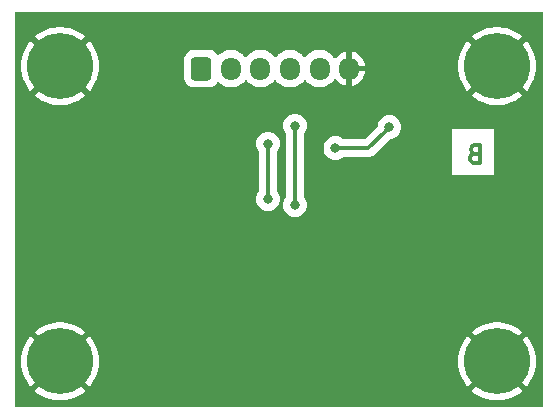
<source format=gbr>
%TF.GenerationSoftware,KiCad,Pcbnew,7.0.1*%
%TF.CreationDate,2023-04-13T11:59:34+02:00*%
%TF.ProjectId,PCBGYRO,50434247-5952-44f2-9e6b-696361645f70,rev?*%
%TF.SameCoordinates,Original*%
%TF.FileFunction,Copper,L2,Bot*%
%TF.FilePolarity,Positive*%
%FSLAX46Y46*%
G04 Gerber Fmt 4.6, Leading zero omitted, Abs format (unit mm)*
G04 Created by KiCad (PCBNEW 7.0.1) date 2023-04-13 11:59:34*
%MOMM*%
%LPD*%
G01*
G04 APERTURE LIST*
G04 Aperture macros list*
%AMRoundRect*
0 Rectangle with rounded corners*
0 $1 Rounding radius*
0 $2 $3 $4 $5 $6 $7 $8 $9 X,Y pos of 4 corners*
0 Add a 4 corners polygon primitive as box body*
4,1,4,$2,$3,$4,$5,$6,$7,$8,$9,$2,$3,0*
0 Add four circle primitives for the rounded corners*
1,1,$1+$1,$2,$3*
1,1,$1+$1,$4,$5*
1,1,$1+$1,$6,$7*
1,1,$1+$1,$8,$9*
0 Add four rect primitives between the rounded corners*
20,1,$1+$1,$2,$3,$4,$5,0*
20,1,$1+$1,$4,$5,$6,$7,0*
20,1,$1+$1,$6,$7,$8,$9,0*
20,1,$1+$1,$8,$9,$2,$3,0*%
G04 Aperture macros list end*
%ADD10C,0.300000*%
%TA.AperFunction,NonConductor*%
%ADD11C,0.300000*%
%TD*%
%TA.AperFunction,ComponentPad*%
%ADD12C,5.600000*%
%TD*%
%TA.AperFunction,ComponentPad*%
%ADD13RoundRect,0.250000X-0.600000X-0.725000X0.600000X-0.725000X0.600000X0.725000X-0.600000X0.725000X0*%
%TD*%
%TA.AperFunction,ComponentPad*%
%ADD14O,1.700000X1.950000*%
%TD*%
%TA.AperFunction,ViaPad*%
%ADD15C,0.800000*%
%TD*%
%TA.AperFunction,Conductor*%
%ADD16C,0.300000*%
%TD*%
G04 APERTURE END LIST*
D10*
D11*
X80067257Y-52421514D02*
X79852971Y-52492942D01*
X79852971Y-52492942D02*
X79781542Y-52564371D01*
X79781542Y-52564371D02*
X79710114Y-52707228D01*
X79710114Y-52707228D02*
X79710114Y-52921514D01*
X79710114Y-52921514D02*
X79781542Y-53064371D01*
X79781542Y-53064371D02*
X79852971Y-53135800D01*
X79852971Y-53135800D02*
X79995828Y-53207228D01*
X79995828Y-53207228D02*
X80567257Y-53207228D01*
X80567257Y-53207228D02*
X80567257Y-51707228D01*
X80567257Y-51707228D02*
X80067257Y-51707228D01*
X80067257Y-51707228D02*
X79924400Y-51778657D01*
X79924400Y-51778657D02*
X79852971Y-51850085D01*
X79852971Y-51850085D02*
X79781542Y-51992942D01*
X79781542Y-51992942D02*
X79781542Y-52135800D01*
X79781542Y-52135800D02*
X79852971Y-52278657D01*
X79852971Y-52278657D02*
X79924400Y-52350085D01*
X79924400Y-52350085D02*
X80067257Y-52421514D01*
X80067257Y-52421514D02*
X80567257Y-52421514D01*
D12*
%TO.P,H4,1,1*%
%TO.N,GND*%
X82000000Y-45000000D03*
%TD*%
%TO.P,H2,1,1*%
%TO.N,GND*%
X82000000Y-70000000D03*
%TD*%
%TO.P,H3,1,1*%
%TO.N,GND*%
X45000000Y-45000000D03*
%TD*%
%TO.P,H1,1,1*%
%TO.N,GND*%
X45000000Y-70000000D03*
%TD*%
D13*
%TO.P,J1,1,Pin_1*%
%TO.N,+5V*%
X56976000Y-45212000D03*
D14*
%TO.P,J1,2,Pin_2*%
%TO.N,CS*%
X59476000Y-45212000D03*
%TO.P,J1,3,Pin_3*%
%TO.N,MISO*%
X61976000Y-45212000D03*
%TO.P,J1,4,Pin_4*%
%TO.N,MOSI*%
X64476000Y-45212000D03*
%TO.P,J1,5,Pin_5*%
%TO.N,SCLK*%
X66976000Y-45212000D03*
%TO.P,J1,6,Pin_6*%
%TO.N,GND*%
X69476000Y-45212000D03*
%TD*%
D15*
%TO.N,GND*%
X44958000Y-53086000D03*
X56235600Y-62941200D03*
X76809600Y-47396400D03*
X71018400Y-60147200D03*
X70307200Y-67208400D03*
X70967600Y-60045600D03*
X70967600Y-60045600D03*
X49326800Y-65989200D03*
X76860400Y-53289200D03*
X52425600Y-51308000D03*
X66294000Y-52120800D03*
X70967600Y-60045600D03*
X63093600Y-69850000D03*
X57048400Y-51257200D03*
X72694800Y-65684400D03*
X64414400Y-60807600D03*
X71120000Y-61722000D03*
X45161200Y-60655200D03*
X52374800Y-48310800D03*
X77012800Y-67056000D03*
%TO.N,CS*%
X62611000Y-56261000D03*
X62611000Y-51562000D03*
%TO.N,MISO*%
X64897000Y-50038000D03*
X64897000Y-56769000D03*
%TO.N,SCLK*%
X72898000Y-50165000D03*
X68326000Y-51943000D03*
%TD*%
D16*
%TO.N,CS*%
X62611000Y-56261000D02*
X62611000Y-51562000D01*
%TO.N,MISO*%
X64897000Y-56769000D02*
X64897000Y-50038000D01*
%TO.N,SCLK*%
X71120000Y-51943000D02*
X72517000Y-50546000D01*
X72517000Y-50546000D02*
X72898000Y-50165000D01*
X68326000Y-51943000D02*
X71120000Y-51943000D01*
%TD*%
%TA.AperFunction,Conductor*%
%TO.N,GND*%
G36*
X85866200Y-40402613D02*
G01*
X85911587Y-40448000D01*
X85928200Y-40510000D01*
X85928200Y-73764100D01*
X85911587Y-73826100D01*
X85866200Y-73871487D01*
X85804200Y-73888100D01*
X41323300Y-73888100D01*
X41261300Y-73871487D01*
X41215913Y-73826100D01*
X41199300Y-73764100D01*
X41199300Y-72506295D01*
X42847255Y-72506295D01*
X42847256Y-72506296D01*
X42860485Y-72518828D01*
X43145363Y-72735386D01*
X43451984Y-72919873D01*
X43776746Y-73070124D01*
X44115859Y-73184385D01*
X44465335Y-73261310D01*
X44821078Y-73300000D01*
X45178922Y-73300000D01*
X45534664Y-73261310D01*
X45884140Y-73184385D01*
X46223253Y-73070124D01*
X46548015Y-72919873D01*
X46854636Y-72735386D01*
X47139515Y-72518827D01*
X47152742Y-72506297D01*
X47152743Y-72506295D01*
X79847255Y-72506295D01*
X79847256Y-72506296D01*
X79860485Y-72518828D01*
X80145363Y-72735386D01*
X80451984Y-72919873D01*
X80776746Y-73070124D01*
X81115859Y-73184385D01*
X81465335Y-73261310D01*
X81821078Y-73300000D01*
X82178922Y-73300000D01*
X82534664Y-73261310D01*
X82884140Y-73184385D01*
X83223253Y-73070124D01*
X83548015Y-72919873D01*
X83854636Y-72735386D01*
X84139515Y-72518827D01*
X84152742Y-72506297D01*
X84152743Y-72506295D01*
X82000000Y-70353553D01*
X79847255Y-72506295D01*
X47152743Y-72506295D01*
X45000000Y-70353553D01*
X42847255Y-72506295D01*
X41199300Y-72506295D01*
X41199300Y-70000000D01*
X41695152Y-70000000D01*
X41714525Y-70357310D01*
X41772419Y-70710451D01*
X41868149Y-71055241D01*
X42000601Y-71387670D01*
X42168218Y-71703829D01*
X42369031Y-72000004D01*
X42496441Y-72150003D01*
X42496442Y-72150004D01*
X44646447Y-70000001D01*
X45353553Y-70000001D01*
X47503556Y-72150003D01*
X47630968Y-72000004D01*
X47831781Y-71703829D01*
X47999398Y-71387670D01*
X48131850Y-71055241D01*
X48227580Y-70710451D01*
X48285474Y-70357310D01*
X48304847Y-70000000D01*
X48304847Y-69999999D01*
X78695152Y-69999999D01*
X78714525Y-70357310D01*
X78772419Y-70710451D01*
X78868149Y-71055241D01*
X79000601Y-71387670D01*
X79168218Y-71703829D01*
X79369031Y-72000004D01*
X79496441Y-72150003D01*
X79496442Y-72150004D01*
X81646447Y-70000001D01*
X82353553Y-70000001D01*
X84503556Y-72150003D01*
X84630968Y-72000004D01*
X84831781Y-71703829D01*
X84999398Y-71387670D01*
X85131850Y-71055241D01*
X85227580Y-70710451D01*
X85285474Y-70357310D01*
X85304847Y-69999999D01*
X85285474Y-69642689D01*
X85227580Y-69289548D01*
X85131850Y-68944758D01*
X84999398Y-68612329D01*
X84831781Y-68296170D01*
X84630968Y-67999995D01*
X84503557Y-67849995D01*
X84503556Y-67849994D01*
X82353553Y-70000000D01*
X82353553Y-70000001D01*
X81646447Y-70000001D01*
X81646447Y-69999999D01*
X79496442Y-67849994D01*
X79496441Y-67849995D01*
X79369030Y-67999995D01*
X79168218Y-68296170D01*
X79000601Y-68612329D01*
X78868149Y-68944758D01*
X78772419Y-69289548D01*
X78714525Y-69642689D01*
X78695152Y-69999999D01*
X48304847Y-69999999D01*
X48285474Y-69642689D01*
X48227580Y-69289548D01*
X48131850Y-68944758D01*
X47999398Y-68612329D01*
X47831781Y-68296170D01*
X47630968Y-67999995D01*
X47503557Y-67849995D01*
X47503556Y-67849994D01*
X45353553Y-70000000D01*
X45353553Y-70000001D01*
X44646447Y-70000001D01*
X44646447Y-70000000D01*
X42496442Y-67849994D01*
X42496441Y-67849995D01*
X42369030Y-67999995D01*
X42168218Y-68296170D01*
X42000601Y-68612329D01*
X41868149Y-68944758D01*
X41772419Y-69289548D01*
X41714525Y-69642689D01*
X41695152Y-70000000D01*
X41199300Y-70000000D01*
X41199300Y-67493703D01*
X42847255Y-67493703D01*
X45000000Y-69646447D01*
X45000001Y-69646447D01*
X47152743Y-67493703D01*
X79847255Y-67493703D01*
X82000000Y-69646447D01*
X82000001Y-69646447D01*
X84152743Y-67493703D01*
X84152742Y-67493702D01*
X84139514Y-67481171D01*
X83854636Y-67264613D01*
X83548015Y-67080126D01*
X83223253Y-66929875D01*
X82884140Y-66815614D01*
X82534664Y-66738689D01*
X82178922Y-66700000D01*
X81821078Y-66700000D01*
X81465335Y-66738689D01*
X81115859Y-66815614D01*
X80776746Y-66929875D01*
X80451984Y-67080126D01*
X80145363Y-67264613D01*
X79860486Y-67481170D01*
X79847256Y-67493702D01*
X79847255Y-67493703D01*
X47152743Y-67493703D01*
X47152742Y-67493702D01*
X47139514Y-67481171D01*
X46854636Y-67264613D01*
X46548015Y-67080126D01*
X46223253Y-66929875D01*
X45884140Y-66815614D01*
X45534664Y-66738689D01*
X45178922Y-66700000D01*
X44821078Y-66700000D01*
X44465335Y-66738689D01*
X44115859Y-66815614D01*
X43776746Y-66929875D01*
X43451984Y-67080126D01*
X43145363Y-67264613D01*
X42860486Y-67481170D01*
X42847256Y-67493702D01*
X42847255Y-67493703D01*
X41199300Y-67493703D01*
X41199300Y-56260999D01*
X61605659Y-56260999D01*
X61624976Y-56457133D01*
X61682185Y-56645726D01*
X61682186Y-56645727D01*
X61775090Y-56819538D01*
X61900117Y-56971883D01*
X62052462Y-57096910D01*
X62226273Y-57189814D01*
X62414868Y-57247024D01*
X62611000Y-57266341D01*
X62807132Y-57247024D01*
X62995727Y-57189814D01*
X63169538Y-57096910D01*
X63321883Y-56971883D01*
X63446910Y-56819538D01*
X63473923Y-56769000D01*
X63891659Y-56769000D01*
X63910976Y-56965133D01*
X63968185Y-57153726D01*
X63968186Y-57153727D01*
X64061090Y-57327538D01*
X64186117Y-57479883D01*
X64338462Y-57604910D01*
X64512273Y-57697814D01*
X64700868Y-57755024D01*
X64897000Y-57774341D01*
X65093132Y-57755024D01*
X65281727Y-57697814D01*
X65455538Y-57604910D01*
X65607883Y-57479883D01*
X65732910Y-57327538D01*
X65825814Y-57153727D01*
X65883024Y-56965132D01*
X65902341Y-56769000D01*
X65883024Y-56572868D01*
X65825814Y-56384273D01*
X65732910Y-56210462D01*
X65675647Y-56140687D01*
X65654749Y-56103796D01*
X65647500Y-56062022D01*
X65647500Y-51943000D01*
X67320659Y-51943000D01*
X67339976Y-52139133D01*
X67397185Y-52327726D01*
X67478092Y-52479091D01*
X67490090Y-52501538D01*
X67615117Y-52653883D01*
X67767462Y-52778910D01*
X67941273Y-52871814D01*
X68129868Y-52929024D01*
X68326000Y-52948341D01*
X68522132Y-52929024D01*
X68710727Y-52871814D01*
X68884538Y-52778910D01*
X68954312Y-52721647D01*
X68991204Y-52700749D01*
X69032978Y-52693500D01*
X71056294Y-52693500D01*
X71074264Y-52694809D01*
X71078320Y-52695402D01*
X71098023Y-52698289D01*
X71147368Y-52693972D01*
X71158176Y-52693500D01*
X71163706Y-52693500D01*
X71163709Y-52693500D01*
X71194550Y-52689894D01*
X71198031Y-52689539D01*
X71272797Y-52682999D01*
X71272797Y-52682998D01*
X71274052Y-52682889D01*
X71293062Y-52678674D01*
X71294250Y-52678241D01*
X71294255Y-52678241D01*
X71364820Y-52652557D01*
X71368095Y-52651419D01*
X71439334Y-52627814D01*
X71439336Y-52627812D01*
X71440536Y-52627415D01*
X71458063Y-52618929D01*
X71459112Y-52618238D01*
X71459117Y-52618237D01*
X71521806Y-52577005D01*
X71524798Y-52575099D01*
X71588656Y-52535712D01*
X71588656Y-52535711D01*
X71589729Y-52535050D01*
X71604824Y-52522753D01*
X71605692Y-52521832D01*
X71605696Y-52521830D01*
X71657185Y-52467253D01*
X71659631Y-52464735D01*
X72928775Y-51195590D01*
X72963437Y-51171179D01*
X73004297Y-51159871D01*
X73094132Y-51151024D01*
X73282727Y-51093814D01*
X73456538Y-51000910D01*
X73608883Y-50875883D01*
X73733910Y-50723538D01*
X73826814Y-50549727D01*
X73884024Y-50361132D01*
X73887483Y-50326014D01*
X78159614Y-50326014D01*
X78159614Y-54205586D01*
X81739186Y-54205586D01*
X81739186Y-50326014D01*
X78159614Y-50326014D01*
X73887483Y-50326014D01*
X73903341Y-50165000D01*
X73884024Y-49968868D01*
X73826814Y-49780273D01*
X73733910Y-49606462D01*
X73608883Y-49454117D01*
X73456538Y-49329090D01*
X73434091Y-49317092D01*
X73282726Y-49236185D01*
X73094133Y-49178976D01*
X72898000Y-49159659D01*
X72701866Y-49178976D01*
X72513273Y-49236185D01*
X72339463Y-49329089D01*
X72187117Y-49454117D01*
X72062089Y-49606463D01*
X71969185Y-49780273D01*
X71911976Y-49968865D01*
X71903127Y-50058700D01*
X71891818Y-50099562D01*
X71867405Y-50134225D01*
X70845451Y-51156181D01*
X70805223Y-51183061D01*
X70757770Y-51192500D01*
X69032978Y-51192500D01*
X68991204Y-51185251D01*
X68954313Y-51164353D01*
X68884537Y-51107089D01*
X68710726Y-51014185D01*
X68522133Y-50956976D01*
X68326000Y-50937659D01*
X68129866Y-50956976D01*
X67941273Y-51014185D01*
X67767463Y-51107089D01*
X67615117Y-51232117D01*
X67490089Y-51384463D01*
X67397185Y-51558273D01*
X67339976Y-51746866D01*
X67320659Y-51943000D01*
X65647500Y-51943000D01*
X65647500Y-50744978D01*
X65654749Y-50703204D01*
X65675647Y-50666313D01*
X65680446Y-50660464D01*
X65732910Y-50596538D01*
X65825814Y-50422727D01*
X65883024Y-50234132D01*
X65902341Y-50038000D01*
X65883024Y-49841868D01*
X65825814Y-49653273D01*
X65732910Y-49479462D01*
X65607883Y-49327117D01*
X65455538Y-49202090D01*
X65412295Y-49178976D01*
X65281726Y-49109185D01*
X65093133Y-49051976D01*
X64897000Y-49032659D01*
X64700866Y-49051976D01*
X64512273Y-49109185D01*
X64338463Y-49202089D01*
X64186117Y-49327117D01*
X64061089Y-49479463D01*
X63968185Y-49653273D01*
X63910976Y-49841866D01*
X63891659Y-50038000D01*
X63910976Y-50234133D01*
X63968185Y-50422726D01*
X64061089Y-50596537D01*
X64118353Y-50666313D01*
X64139251Y-50703204D01*
X64146500Y-50744978D01*
X64146500Y-56062022D01*
X64139251Y-56103796D01*
X64118353Y-56140687D01*
X64061089Y-56210462D01*
X63968185Y-56384273D01*
X63910976Y-56572866D01*
X63891659Y-56769000D01*
X63473923Y-56769000D01*
X63539814Y-56645727D01*
X63597024Y-56457132D01*
X63616341Y-56261000D01*
X63597024Y-56064868D01*
X63539814Y-55876273D01*
X63446910Y-55702462D01*
X63389647Y-55632687D01*
X63368749Y-55595796D01*
X63361500Y-55554022D01*
X63361500Y-52268978D01*
X63368749Y-52227204D01*
X63389647Y-52190313D01*
X63431650Y-52139132D01*
X63446910Y-52120538D01*
X63539814Y-51946727D01*
X63597024Y-51758132D01*
X63616341Y-51562000D01*
X63597024Y-51365868D01*
X63539814Y-51177273D01*
X63446910Y-51003462D01*
X63321883Y-50851117D01*
X63169538Y-50726090D01*
X63121868Y-50700610D01*
X62995726Y-50633185D01*
X62807133Y-50575976D01*
X62611000Y-50556659D01*
X62414866Y-50575976D01*
X62226273Y-50633185D01*
X62052463Y-50726089D01*
X61900117Y-50851117D01*
X61775089Y-51003463D01*
X61682185Y-51177273D01*
X61624976Y-51365866D01*
X61605659Y-51562000D01*
X61624976Y-51758133D01*
X61682185Y-51946726D01*
X61775089Y-52120537D01*
X61832353Y-52190313D01*
X61853251Y-52227204D01*
X61860500Y-52268978D01*
X61860500Y-55554022D01*
X61853251Y-55595796D01*
X61832353Y-55632687D01*
X61775089Y-55702462D01*
X61682185Y-55876273D01*
X61624976Y-56064866D01*
X61605659Y-56260999D01*
X41199300Y-56260999D01*
X41199300Y-47506295D01*
X42847255Y-47506295D01*
X42847256Y-47506296D01*
X42860485Y-47518828D01*
X43145363Y-47735386D01*
X43451984Y-47919873D01*
X43776746Y-48070124D01*
X44115859Y-48184385D01*
X44465335Y-48261310D01*
X44821078Y-48300000D01*
X45178922Y-48300000D01*
X45534664Y-48261310D01*
X45884140Y-48184385D01*
X46223253Y-48070124D01*
X46548015Y-47919873D01*
X46854636Y-47735386D01*
X47139515Y-47518827D01*
X47152742Y-47506297D01*
X47152743Y-47506295D01*
X79847255Y-47506295D01*
X79847256Y-47506296D01*
X79860485Y-47518828D01*
X80145363Y-47735386D01*
X80451984Y-47919873D01*
X80776746Y-48070124D01*
X81115859Y-48184385D01*
X81465335Y-48261310D01*
X81821078Y-48300000D01*
X82178922Y-48300000D01*
X82534664Y-48261310D01*
X82884140Y-48184385D01*
X83223253Y-48070124D01*
X83548015Y-47919873D01*
X83854636Y-47735386D01*
X84139515Y-47518827D01*
X84152742Y-47506297D01*
X84152743Y-47506295D01*
X82000000Y-45353553D01*
X79847255Y-47506295D01*
X47152743Y-47506295D01*
X45000000Y-45353553D01*
X42847255Y-47506295D01*
X41199300Y-47506295D01*
X41199300Y-44999999D01*
X41695152Y-44999999D01*
X41714525Y-45357310D01*
X41772419Y-45710451D01*
X41868149Y-46055241D01*
X42000601Y-46387670D01*
X42168218Y-46703829D01*
X42369031Y-47000004D01*
X42496441Y-47150003D01*
X42496442Y-47150004D01*
X44646447Y-45000001D01*
X45353553Y-45000001D01*
X47503556Y-47150003D01*
X47630968Y-47000004D01*
X47831781Y-46703829D01*
X47999398Y-46387670D01*
X48131850Y-46055241D01*
X48144146Y-46010954D01*
X55525500Y-46010954D01*
X55528316Y-46052494D01*
X55572963Y-46232022D01*
X55634970Y-46357048D01*
X55655158Y-46397753D01*
X55771060Y-46541940D01*
X55915247Y-46657842D01*
X56080979Y-46740037D01*
X56260505Y-46784683D01*
X56302046Y-46787500D01*
X57649954Y-46787500D01*
X57691495Y-46784683D01*
X57871021Y-46740037D01*
X58036753Y-46657842D01*
X58180940Y-46541940D01*
X58292393Y-46403287D01*
X58333587Y-46370067D01*
X58384885Y-46357048D01*
X58436939Y-46366604D01*
X58480267Y-46396996D01*
X58490236Y-46407825D01*
X58679927Y-46555468D01*
X58679929Y-46555469D01*
X58679933Y-46555472D01*
X58891344Y-46669882D01*
X59118703Y-46747934D01*
X59355808Y-46787500D01*
X59596191Y-46787500D01*
X59596192Y-46787500D01*
X59833297Y-46747934D01*
X60060656Y-46669882D01*
X60272067Y-46555472D01*
X60461764Y-46407825D01*
X60624571Y-46230969D01*
X60624572Y-46230967D01*
X60631530Y-46223409D01*
X60632945Y-46224712D01*
X60666978Y-46193379D01*
X60726000Y-46178432D01*
X60785022Y-46193379D01*
X60819054Y-46224712D01*
X60820470Y-46223409D01*
X60827427Y-46230967D01*
X60827429Y-46230969D01*
X60990236Y-46407825D01*
X60990239Y-46407827D01*
X61179927Y-46555468D01*
X61179929Y-46555469D01*
X61179933Y-46555472D01*
X61391344Y-46669882D01*
X61618703Y-46747934D01*
X61855808Y-46787500D01*
X62096191Y-46787500D01*
X62096192Y-46787500D01*
X62333297Y-46747934D01*
X62560656Y-46669882D01*
X62772067Y-46555472D01*
X62961764Y-46407825D01*
X63124571Y-46230969D01*
X63124572Y-46230967D01*
X63131530Y-46223409D01*
X63132945Y-46224712D01*
X63166978Y-46193379D01*
X63226000Y-46178432D01*
X63285022Y-46193379D01*
X63319054Y-46224712D01*
X63320470Y-46223409D01*
X63327427Y-46230967D01*
X63327429Y-46230969D01*
X63490236Y-46407825D01*
X63490239Y-46407827D01*
X63679927Y-46555468D01*
X63679929Y-46555469D01*
X63679933Y-46555472D01*
X63891344Y-46669882D01*
X64118703Y-46747934D01*
X64355808Y-46787500D01*
X64596191Y-46787500D01*
X64596192Y-46787500D01*
X64833297Y-46747934D01*
X65060656Y-46669882D01*
X65272067Y-46555472D01*
X65461764Y-46407825D01*
X65624571Y-46230969D01*
X65624572Y-46230967D01*
X65631530Y-46223409D01*
X65632945Y-46224712D01*
X65666978Y-46193379D01*
X65726000Y-46178432D01*
X65785022Y-46193379D01*
X65819054Y-46224712D01*
X65820470Y-46223409D01*
X65827427Y-46230967D01*
X65827429Y-46230969D01*
X65990236Y-46407825D01*
X65990239Y-46407827D01*
X66179927Y-46555468D01*
X66179929Y-46555469D01*
X66179933Y-46555472D01*
X66391344Y-46669882D01*
X66618703Y-46747934D01*
X66855808Y-46787500D01*
X67096191Y-46787500D01*
X67096192Y-46787500D01*
X67333297Y-46747934D01*
X67560656Y-46669882D01*
X67772067Y-46555472D01*
X67961764Y-46407825D01*
X68124571Y-46230969D01*
X68183292Y-46141089D01*
X68227207Y-46100336D01*
X68285105Y-46084929D01*
X68343470Y-46098467D01*
X68388674Y-46137789D01*
X68437893Y-46208081D01*
X68604918Y-46375106D01*
X68798423Y-46510600D01*
X69012507Y-46610430D01*
X69225999Y-46667635D01*
X69226000Y-46667636D01*
X69226000Y-45462000D01*
X69726000Y-45462000D01*
X69726000Y-46667635D01*
X69939492Y-46610430D01*
X70153578Y-46510599D01*
X70347078Y-46375109D01*
X70514109Y-46208078D01*
X70649599Y-46014578D01*
X70749430Y-45800492D01*
X70810569Y-45572318D01*
X70820221Y-45462000D01*
X69726000Y-45462000D01*
X69226000Y-45462000D01*
X69226000Y-44999999D01*
X78695152Y-44999999D01*
X78714525Y-45357310D01*
X78772419Y-45710451D01*
X78868149Y-46055241D01*
X79000601Y-46387670D01*
X79168218Y-46703829D01*
X79369031Y-47000004D01*
X79496441Y-47150003D01*
X79496442Y-47150004D01*
X81646447Y-45000001D01*
X82353553Y-45000001D01*
X84503556Y-47150003D01*
X84630968Y-47000004D01*
X84831781Y-46703829D01*
X84999398Y-46387670D01*
X85131850Y-46055241D01*
X85227580Y-45710451D01*
X85285474Y-45357310D01*
X85304847Y-44999999D01*
X85285474Y-44642689D01*
X85227580Y-44289548D01*
X85131850Y-43944758D01*
X84999398Y-43612329D01*
X84831781Y-43296170D01*
X84630968Y-42999995D01*
X84503557Y-42849995D01*
X84503556Y-42849994D01*
X82353553Y-45000000D01*
X82353553Y-45000001D01*
X81646447Y-45000001D01*
X81646447Y-44999999D01*
X79496442Y-42849994D01*
X79496441Y-42849995D01*
X79369030Y-42999995D01*
X79168218Y-43296170D01*
X79000601Y-43612329D01*
X78868149Y-43944758D01*
X78772419Y-44289548D01*
X78714525Y-44642689D01*
X78695152Y-44999999D01*
X69226000Y-44999999D01*
X69226000Y-43756364D01*
X69726000Y-43756364D01*
X69726000Y-44962000D01*
X70820222Y-44962000D01*
X70820221Y-44961999D01*
X70810569Y-44851681D01*
X70749430Y-44623507D01*
X70649599Y-44409421D01*
X70514109Y-44215921D01*
X70347081Y-44048893D01*
X70153576Y-43913399D01*
X69939492Y-43813569D01*
X69726000Y-43756364D01*
X69226000Y-43756364D01*
X69225999Y-43756364D01*
X69012507Y-43813569D01*
X68798421Y-43913400D01*
X68604921Y-44048890D01*
X68437889Y-44215922D01*
X68388673Y-44286210D01*
X68343469Y-44325532D01*
X68285105Y-44339070D01*
X68227207Y-44323663D01*
X68183292Y-44282910D01*
X68124571Y-44193031D01*
X67961764Y-44016175D01*
X67940370Y-43999523D01*
X67772072Y-43868531D01*
X67772068Y-43868528D01*
X67772067Y-43868528D01*
X67560656Y-43754118D01*
X67560655Y-43754117D01*
X67560652Y-43754116D01*
X67333299Y-43676066D01*
X67175226Y-43649688D01*
X67096192Y-43636500D01*
X66855808Y-43636500D01*
X66838933Y-43639316D01*
X66618700Y-43676066D01*
X66391347Y-43754116D01*
X66179927Y-43868531D01*
X65990239Y-44016172D01*
X65990236Y-44016174D01*
X65990236Y-44016175D01*
X65943494Y-44066951D01*
X65820470Y-44200590D01*
X65819054Y-44199287D01*
X65785017Y-44230621D01*
X65726000Y-44245566D01*
X65666983Y-44230621D01*
X65632945Y-44199287D01*
X65631530Y-44200590D01*
X65508506Y-44066951D01*
X65461764Y-44016175D01*
X65440370Y-43999523D01*
X65272072Y-43868531D01*
X65272068Y-43868528D01*
X65272067Y-43868528D01*
X65060656Y-43754118D01*
X65060655Y-43754117D01*
X65060652Y-43754116D01*
X64833299Y-43676066D01*
X64675226Y-43649688D01*
X64596192Y-43636500D01*
X64355808Y-43636500D01*
X64338933Y-43639316D01*
X64118700Y-43676066D01*
X63891347Y-43754116D01*
X63679927Y-43868531D01*
X63490239Y-44016172D01*
X63490236Y-44016174D01*
X63490236Y-44016175D01*
X63443494Y-44066951D01*
X63320470Y-44200590D01*
X63319054Y-44199287D01*
X63285017Y-44230621D01*
X63226000Y-44245566D01*
X63166983Y-44230621D01*
X63132945Y-44199287D01*
X63131530Y-44200590D01*
X63008506Y-44066951D01*
X62961764Y-44016175D01*
X62940370Y-43999523D01*
X62772072Y-43868531D01*
X62772068Y-43868528D01*
X62772067Y-43868528D01*
X62560656Y-43754118D01*
X62560655Y-43754117D01*
X62560652Y-43754116D01*
X62333299Y-43676066D01*
X62175226Y-43649688D01*
X62096192Y-43636500D01*
X61855808Y-43636500D01*
X61838933Y-43639316D01*
X61618700Y-43676066D01*
X61391347Y-43754116D01*
X61179927Y-43868531D01*
X60990239Y-44016172D01*
X60990236Y-44016174D01*
X60990236Y-44016175D01*
X60943494Y-44066951D01*
X60820470Y-44200590D01*
X60819054Y-44199287D01*
X60785017Y-44230621D01*
X60726000Y-44245566D01*
X60666983Y-44230621D01*
X60632945Y-44199287D01*
X60631530Y-44200590D01*
X60508506Y-44066951D01*
X60461764Y-44016175D01*
X60440370Y-43999523D01*
X60272072Y-43868531D01*
X60272068Y-43868528D01*
X60272067Y-43868528D01*
X60060656Y-43754118D01*
X60060655Y-43754117D01*
X60060652Y-43754116D01*
X59833299Y-43676066D01*
X59675226Y-43649688D01*
X59596192Y-43636500D01*
X59355808Y-43636500D01*
X59338933Y-43639316D01*
X59118700Y-43676066D01*
X58891347Y-43754116D01*
X58679927Y-43868531D01*
X58490237Y-44016173D01*
X58480265Y-44027006D01*
X58436937Y-44057396D01*
X58384883Y-44066951D01*
X58333586Y-44053932D01*
X58292390Y-44020709D01*
X58180940Y-43882060D01*
X58036753Y-43766158D01*
X58017005Y-43756364D01*
X57871022Y-43683963D01*
X57691494Y-43639316D01*
X57649954Y-43636500D01*
X56302046Y-43636500D01*
X56260505Y-43639316D01*
X56080977Y-43683963D01*
X55915248Y-43766157D01*
X55771060Y-43882060D01*
X55655157Y-44026248D01*
X55572963Y-44191977D01*
X55528316Y-44371505D01*
X55525500Y-44413046D01*
X55525500Y-46010954D01*
X48144146Y-46010954D01*
X48227580Y-45710451D01*
X48285474Y-45357310D01*
X48304847Y-44999999D01*
X48285474Y-44642689D01*
X48227580Y-44289548D01*
X48131850Y-43944758D01*
X47999398Y-43612329D01*
X47831781Y-43296170D01*
X47630968Y-42999995D01*
X47503557Y-42849995D01*
X47503556Y-42849994D01*
X45353553Y-45000000D01*
X45353553Y-45000001D01*
X44646447Y-45000001D01*
X44646447Y-45000000D01*
X42496442Y-42849994D01*
X42496441Y-42849995D01*
X42369030Y-42999995D01*
X42168218Y-43296170D01*
X42000601Y-43612329D01*
X41868149Y-43944758D01*
X41772419Y-44289548D01*
X41714525Y-44642689D01*
X41695152Y-44999999D01*
X41199300Y-44999999D01*
X41199300Y-42493703D01*
X42847255Y-42493703D01*
X45000000Y-44646447D01*
X45000001Y-44646447D01*
X47152743Y-42493703D01*
X79847255Y-42493703D01*
X82000000Y-44646447D01*
X82000001Y-44646447D01*
X84152743Y-42493703D01*
X84152742Y-42493702D01*
X84139514Y-42481171D01*
X83854636Y-42264613D01*
X83548015Y-42080126D01*
X83223253Y-41929875D01*
X82884140Y-41815614D01*
X82534664Y-41738689D01*
X82178922Y-41700000D01*
X81821078Y-41700000D01*
X81465335Y-41738689D01*
X81115859Y-41815614D01*
X80776746Y-41929875D01*
X80451984Y-42080126D01*
X80145363Y-42264613D01*
X79860486Y-42481170D01*
X79847256Y-42493702D01*
X79847255Y-42493703D01*
X47152743Y-42493703D01*
X47152742Y-42493702D01*
X47139514Y-42481171D01*
X46854636Y-42264613D01*
X46548015Y-42080126D01*
X46223253Y-41929875D01*
X45884140Y-41815614D01*
X45534664Y-41738689D01*
X45178922Y-41700000D01*
X44821078Y-41700000D01*
X44465335Y-41738689D01*
X44115859Y-41815614D01*
X43776746Y-41929875D01*
X43451984Y-42080126D01*
X43145363Y-42264613D01*
X42860486Y-42481170D01*
X42847256Y-42493702D01*
X42847255Y-42493703D01*
X41199300Y-42493703D01*
X41199300Y-40510000D01*
X41215913Y-40448000D01*
X41261300Y-40402613D01*
X41323300Y-40386000D01*
X85804200Y-40386000D01*
X85866200Y-40402613D01*
G37*
%TD.AperFunction*%
%TD*%
M02*

</source>
